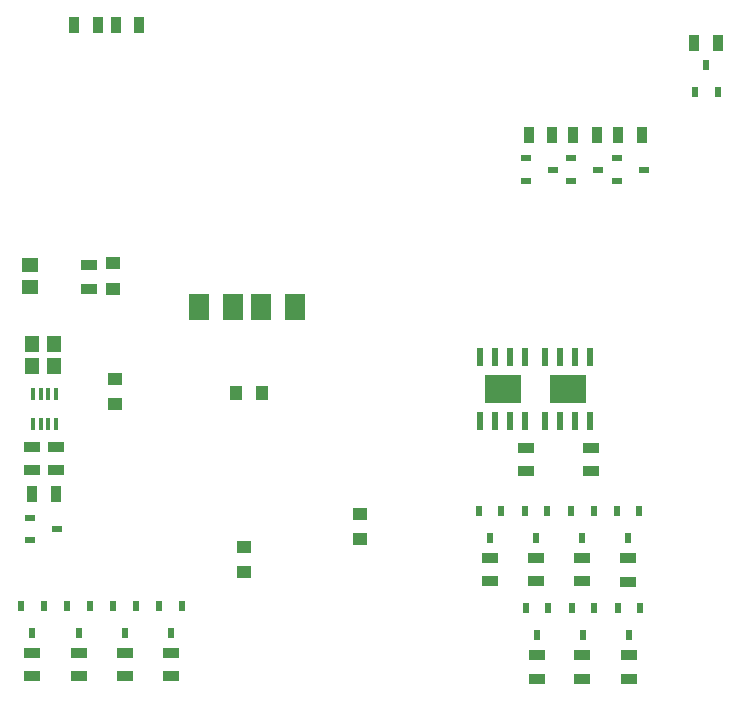
<source format=gbr>
G04 PROTEUS GERBER X2 FILE*
%TF.GenerationSoftware,Labcenter,Proteus,8.12-SP0-Build30713*%
%TF.CreationDate,2021-08-02T22:04:32+00:00*%
%TF.FileFunction,Paste,Top*%
%TF.FilePolarity,Positive*%
%TF.Part,Single*%
%TF.SameCoordinates,{7b106f40-0859-4ec3-be3a-1bfa3638fa75}*%
%FSLAX45Y45*%
%MOMM*%
G01*
%TA.AperFunction,Material*%
%ADD60R,0.609600X0.939800*%
%TA.AperFunction,Material*%
%ADD61R,1.447800X0.939800*%
%TA.AperFunction,Material*%
%ADD62R,0.457200X1.041400*%
%TA.AperFunction,Material*%
%ADD63R,0.609600X1.549400*%
%ADD64R,3.149600X2.438400*%
%TA.AperFunction,Material*%
%ADD65R,0.939800X1.447800*%
%ADD66R,1.270000X1.016000*%
%ADD67R,1.143000X1.447800*%
%ADD68R,1.447800X1.143000*%
%TA.AperFunction,Material*%
%ADD69R,0.939800X0.609600*%
%TA.AperFunction,Material*%
%ADD74R,1.016000X1.270000*%
%ADD75R,1.803400X2.260600*%
%TD.AperFunction*%
D60*
X+1065000Y+745000D03*
X+875000Y+745000D03*
X+970000Y+515000D03*
X+5725000Y+725000D03*
X+5535000Y+725000D03*
X+5630000Y+495000D03*
X+5330000Y+1545000D03*
X+5140000Y+1545000D03*
X+5235000Y+1315000D03*
D61*
X+5625000Y+125000D03*
X+5625000Y+325000D03*
X+970000Y+145000D03*
X+970000Y+345000D03*
X+1360000Y+145000D03*
X+1360000Y+345000D03*
D62*
X+975000Y+2280000D03*
X+1040000Y+2280000D03*
X+1105000Y+2280000D03*
X+1170000Y+2280000D03*
X+1170000Y+2540000D03*
X+1105000Y+2540000D03*
X+1040000Y+2540000D03*
X+975000Y+2540000D03*
D61*
X+970000Y+2090000D03*
X+970000Y+1890000D03*
X+1170000Y+1890000D03*
X+1170000Y+2090000D03*
X+5622301Y+950000D03*
X+5622301Y+1150000D03*
X+2140000Y+145000D03*
X+2140000Y+345000D03*
X+5235000Y+949000D03*
X+5235000Y+1149000D03*
X+1750000Y+145000D03*
X+1750000Y+345000D03*
X+6010000Y+945000D03*
X+6010000Y+1145000D03*
X+5240000Y+125000D03*
X+5240000Y+325000D03*
X+6020000Y+125000D03*
X+6020000Y+325000D03*
D60*
X+6105000Y+1545000D03*
X+5915000Y+1545000D03*
X+6010000Y+1315000D03*
X+5335000Y+725000D03*
X+5145000Y+725000D03*
X+5240000Y+495000D03*
X+6115000Y+725000D03*
X+5925000Y+725000D03*
X+6020000Y+495000D03*
X+1455000Y+745000D03*
X+1265000Y+745000D03*
X+1360000Y+515000D03*
D63*
X+5309500Y+2310000D03*
X+5436500Y+2310000D03*
X+5563500Y+2310000D03*
X+5690500Y+2310000D03*
X+5690500Y+2850000D03*
X+5563500Y+2850000D03*
X+5436500Y+2850000D03*
X+5309500Y+2850000D03*
D64*
X+5500000Y+2580000D03*
D63*
X+4759500Y+2310000D03*
X+4886500Y+2310000D03*
X+5013500Y+2310000D03*
X+5140500Y+2310000D03*
X+5140500Y+2850000D03*
X+5013500Y+2850000D03*
X+4886500Y+2850000D03*
X+4759500Y+2850000D03*
D64*
X+4950000Y+2580000D03*
D65*
X+1675000Y+5660000D03*
X+1875000Y+5660000D03*
X+1525000Y+5660000D03*
X+1325000Y+5660000D03*
X+970000Y+1690000D03*
X+1170000Y+1690000D03*
D61*
X+5700000Y+2080000D03*
X+5700000Y+1880000D03*
X+5150000Y+2080000D03*
X+5150000Y+1880000D03*
D66*
X+1664768Y+2449944D03*
X+1664768Y+2663304D03*
D67*
X+970000Y+2770000D03*
X+1150000Y+2770000D03*
X+970000Y+2960000D03*
X+1150000Y+2960000D03*
D68*
X+950000Y+3625000D03*
X+950000Y+3445000D03*
D61*
X+1449056Y+3429056D03*
X+1449056Y+3629056D03*
D66*
X+1649056Y+3642416D03*
X+1649056Y+3429056D03*
D60*
X+1845000Y+745000D03*
X+1655000Y+745000D03*
X+1750000Y+515000D03*
X+2235000Y+745000D03*
X+2045000Y+745000D03*
X+2140000Y+515000D03*
X+4940000Y+1545000D03*
X+4750000Y+1545000D03*
X+4845000Y+1315000D03*
D61*
X+4845000Y+950000D03*
X+4845000Y+1150000D03*
D60*
X+5720000Y+1545000D03*
X+5530000Y+1545000D03*
X+5625000Y+1315000D03*
D69*
X+950000Y+1490000D03*
X+950000Y+1300000D03*
X+1180000Y+1395000D03*
D65*
X+5170000Y+4725000D03*
X+5370000Y+4725000D03*
D69*
X+5150000Y+4530000D03*
X+5150000Y+4340000D03*
X+5380000Y+4435000D03*
X+5530000Y+4530000D03*
X+5530000Y+4340000D03*
X+5760000Y+4435000D03*
X+5915000Y+4530000D03*
X+5915000Y+4340000D03*
X+6145000Y+4435000D03*
D60*
X+6580000Y+5090000D03*
X+6770000Y+5090000D03*
X+6675000Y+5320000D03*
D65*
X+5550000Y+4725000D03*
X+5750000Y+4725000D03*
X+5930000Y+4725000D03*
X+6130000Y+4725000D03*
X+6775000Y+5510000D03*
X+6575000Y+5510000D03*
D66*
X+2765000Y+1238360D03*
X+2765000Y+1025000D03*
X+3740000Y+1520000D03*
X+3740000Y+1306640D03*
D74*
X+2696640Y+2545000D03*
X+2910000Y+2545000D03*
D75*
X+2905000Y+3275000D03*
X+3195000Y+3275000D03*
X+2380000Y+3275000D03*
X+2670000Y+3275000D03*
M02*

</source>
